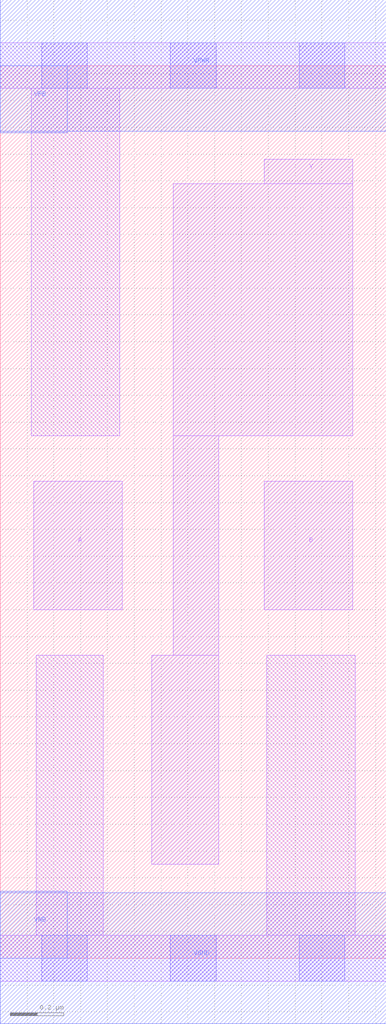
<source format=lef>
# Copyright 2020 The SkyWater PDK Authors
#
# Licensed under the Apache License, Version 2.0 (the "License");
# you may not use this file except in compliance with the License.
# You may obtain a copy of the License at
#
#     https://www.apache.org/licenses/LICENSE-2.0
#
# Unless required by applicable law or agreed to in writing, software
# distributed under the License is distributed on an "AS IS" BASIS,
# WITHOUT WARRANTIES OR CONDITIONS OF ANY KIND, either express or implied.
# See the License for the specific language governing permissions and
# limitations under the License.
#
# SPDX-License-Identifier: Apache-2.0

VERSION 5.5 ;
NAMESCASESENSITIVE ON ;
BUSBITCHARS "[]" ;
DIVIDERCHAR "/" ;
MACRO sky130_fd_sc_ms__nor2_1
  CLASS CORE ;
  SOURCE USER ;
  ORIGIN  0.000000  0.000000 ;
  SIZE  1.440000 BY  3.330000 ;
  SYMMETRY X Y ;
  SITE unit ;
  PIN A
    ANTENNAGATEAREA  0.279000 ;
    DIRECTION INPUT ;
    USE SIGNAL ;
    PORT
      LAYER li1 ;
        RECT 0.125000 1.300000 0.455000 1.780000 ;
    END
  END A
  PIN B
    ANTENNAGATEAREA  0.279000 ;
    DIRECTION INPUT ;
    USE SIGNAL ;
    PORT
      LAYER li1 ;
        RECT 0.985000 1.300000 1.315000 1.780000 ;
    END
  END B
  PIN Y
    ANTENNADIFFAREA  0.537600 ;
    DIRECTION OUTPUT ;
    USE SIGNAL ;
    PORT
      LAYER li1 ;
        RECT 0.565000 0.350000 0.815000 1.130000 ;
        RECT 0.645000 1.130000 0.815000 1.950000 ;
        RECT 0.645000 1.950000 1.315000 2.890000 ;
        RECT 0.985000 2.890000 1.315000 2.980000 ;
    END
  END Y
  PIN VGND
    DIRECTION INOUT ;
    USE GROUND ;
    PORT
      LAYER met1 ;
        RECT 0.000000 -0.245000 1.440000 0.245000 ;
    END
  END VGND
  PIN VNB
    DIRECTION INOUT ;
    USE GROUND ;
    PORT
      LAYER met1 ;
        RECT 0.000000 0.000000 0.250000 0.250000 ;
    END
  END VNB
  PIN VPB
    DIRECTION INOUT ;
    USE POWER ;
    PORT
      LAYER met1 ;
        RECT 0.000000 3.080000 0.250000 3.330000 ;
    END
  END VPB
  PIN VPWR
    DIRECTION INOUT ;
    USE POWER ;
    PORT
      LAYER met1 ;
        RECT 0.000000 3.085000 1.440000 3.575000 ;
    END
  END VPWR
  OBS
    LAYER li1 ;
      RECT 0.000000 -0.085000 1.440000 0.085000 ;
      RECT 0.000000  3.245000 1.440000 3.415000 ;
      RECT 0.115000  1.950000 0.445000 3.245000 ;
      RECT 0.135000  0.085000 0.385000 1.130000 ;
      RECT 0.995000  0.085000 1.325000 1.130000 ;
    LAYER mcon ;
      RECT 0.155000 -0.085000 0.325000 0.085000 ;
      RECT 0.155000  3.245000 0.325000 3.415000 ;
      RECT 0.635000 -0.085000 0.805000 0.085000 ;
      RECT 0.635000  3.245000 0.805000 3.415000 ;
      RECT 1.115000 -0.085000 1.285000 0.085000 ;
      RECT 1.115000  3.245000 1.285000 3.415000 ;
  END
END sky130_fd_sc_ms__nor2_1

</source>
